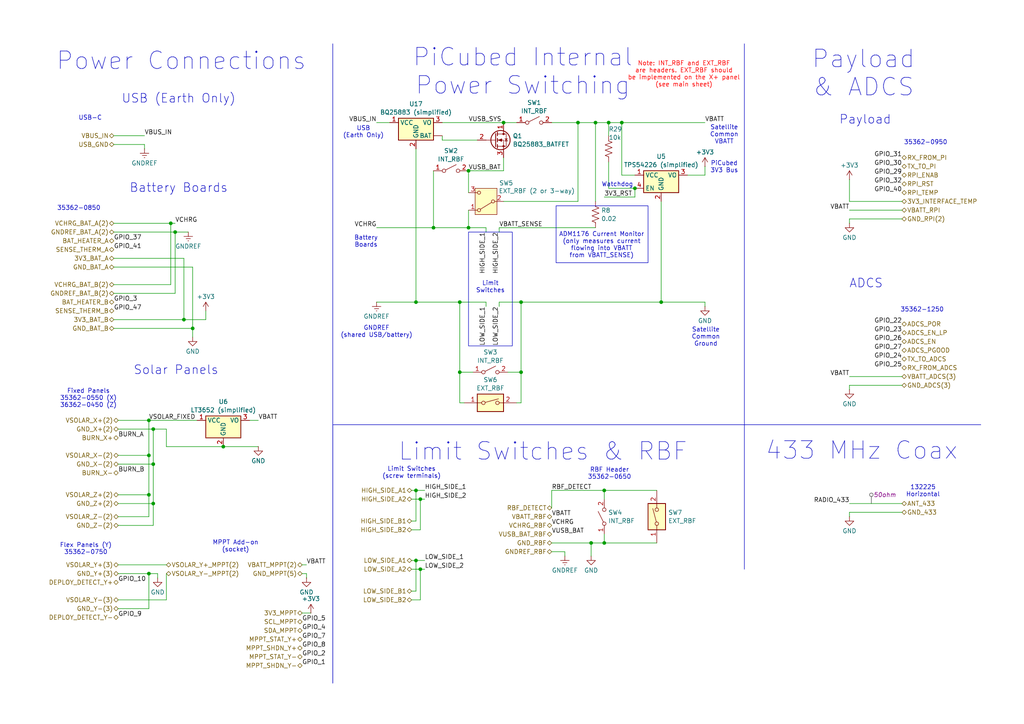
<source format=kicad_sch>
(kicad_sch (version 20250114) (generator "eeschema") (generator_version "9.0")
  (paper "A4")
  (title_block (title "PiCubed (system)") (date "2025-06-09") (rev "1.0") (company "Stanford Space Initiative") (comment 1 "Hunter Liu"))
  (lib_symbols
    (symbol "Device:R_US" (pin_numbers (hide yes)) (pin_names (offset 0))
      (property "Reference" "R" (at 2.54 0 90))
      (property "Value" "R_US" (at -2.54 0 90))
      (symbol "R_US_0_1"
        (polyline (pts (xy 0 2.286) (xy 0 2.54)))
        (polyline (pts (xy 0 2.286) (xy 1.016 1.905) (xy 0 1.524) (xy -1.016 1.143) (xy 0 0.762)))
        (polyline (pts (xy 0 0.762) (xy 1.016 0.381) (xy 0 0) (xy -1.016 -0.381) (xy 0 -0.762)))
        (polyline (pts (xy 0 -0.762) (xy 1.016 -1.143) (xy 0 -1.524) (xy -1.016 -1.905) (xy 0 -2.286)))
        (polyline (pts (xy 0 -2.286) (xy 0 -2.54)))
      )
      (symbol "R_US_1_1"
        (pin passive line (at 0 3.81 270) (length 1.27) (name "~") (number "1"))
        (pin passive line (at 0 -3.81 90) (length 1.27) (name "~") (number "2"))
      )
    )
    (symbol "Switch:SW_DIP_x01" (pin_names (offset 0) (hide yes))
      (property "Reference" "SW" (at 0 3.81 0))
      (property "Value" "SW_DIP_x01" (at 0 -3.81 0))
      (symbol "SW_DIP_x01_0_0"
        (circle (center -2.032 0) (radius 0.508))
        (polyline (pts (xy -1.524 0.127) (xy 2.3622 1.1684)))
        (circle (center 2.032 0) (radius 0.508))
      )
      (symbol "SW_DIP_x01_0_1"
        (rectangle (start -3.81 2.54) (end 3.81 -2.54) (stroke (width 0.254)) (fill (type background)))
      )
      (symbol "SW_DIP_x01_1_1"
        (pin passive line (at -7.62 0 0) (length 5.08) (name "~") (number "1"))
        (pin passive line (at 7.62 0 180) (length 5.08) (name "~") (number "2"))
      )
    )
    (symbol "Switch:SW_SPDT" (pin_names (offset 0) (hide yes))
      (property "Reference" "SW" (at 0 5.08 0))
      (property "Value" "SW_SPDT" (at 0 -5.08 0))
      (symbol "SW_SPDT_0_1"
        (circle (center -2.032 0) (radius 0.4572))
        (polyline (pts (xy -1.651 0.254) (xy 1.651 2.286)))
        (circle (center 2.032 2.54) (radius 0.4572))
        (circle (center 2.032 -2.54) (radius 0.4572))
      )
      (symbol "SW_SPDT_1_1"
        (rectangle (start -3.175 3.81) (end 3.175 -3.81) (fill (type background)))
        (pin passive line (at -5.08 0 0) (length 2.54) (name "B") (number "2"))
        (pin passive line (at 5.08 2.54 180) (length 2.54) (name "A") (number "1"))
        (pin passive line (at 5.08 -2.54 180) (length 2.54) (name "C") (number "3"))
      )
    )
    (symbol "Switch:SW_SPST" (pin_names (offset 0) (hide yes))
      (property "Reference" "SW" (at 0 3.175 0))
      (property "Value" "SW_SPST" (at 0 -2.54 0))
      (symbol "SW_SPST_0_0"
        (circle (center -2.032 0) (radius 0.508))
        (polyline (pts (xy -1.524 0.254) (xy 1.524 1.778)))
        (circle (center 2.032 0) (radius 0.508))
      )
      (symbol "SW_SPST_1_1"
        (pin passive line (at -5.08 0 0) (length 2.54) (name "A") (number "1"))
        (pin passive line (at 5.08 0 180) (length 2.54) (name "B") (number "2"))
      )
    )
    (symbol "Transistor_FET:Q_NMOS_DGS" (pin_names (offset 0) (hide yes))
      (property "Reference" "Q" (at 5.08 1.905 0))
      (property "Value" "Q_NMOS_DGS" (at 5.08 0 0))
      (symbol "Q_NMOS_DGS_0_1"
        (polyline (pts (xy 0.254 1.905) (xy 0.254 -1.905)) (stroke (width 0.254)))
        (polyline (pts (xy 0.254 0) (xy -2.54 0)))
        (polyline (pts (xy 0.762 2.286) (xy 0.762 1.27)) (stroke (width 0.254)))
        (polyline (pts (xy 0.762 0.508) (xy 0.762 -0.508)) (stroke (width 0.254)))
        (polyline (pts (xy 0.762 -1.27) (xy 0.762 -2.286)) (stroke (width 0.254)))
        (polyline (pts (xy 0.762 -1.778) (xy 3.302 -1.778) (xy 3.302 1.778) (xy 0.762 1.778)))
        (polyline (pts (xy 1.016 0) (xy 2.032 0.381) (xy 2.032 -0.381) (xy 1.016 0)) (fill (type outline)))
        (circle (center 1.651 0) (radius 2.794) (stroke (width 0.254)))
        (polyline (pts (xy 2.54 2.54) (xy 2.54 1.778)))
        (circle (center 2.54 1.778) (radius 0.254) (fill (type outline)))
        (circle (center 2.54 -1.778) (radius 0.254) (fill (type outline)))
        (polyline (pts (xy 2.54 -2.54) (xy 2.54 0) (xy 0.762 0)))
        (polyline (pts (xy 2.921 0.381) (xy 3.683 0.381)))
        (polyline (pts (xy 3.302 0.381) (xy 2.921 -0.254) (xy 3.683 -0.254) (xy 3.302 0.381)))
      )
      (symbol "Q_NMOS_DGS_1_1"
        (pin input line (at -5.08 0 0) (length 2.54) (name "G") (number "2"))
        (pin passive line (at 2.54 5.08 270) (length 2.54) (name "D") (number "1"))
        (pin passive line (at 2.54 -5.08 90) (length 2.54) (name "S") (number "3"))
      )
    )
    (symbol "power:+3V3" (power) (pin_numbers (hide yes)) (pin_names (offset 0) (hide yes))
      (property "Value" "+3V3" (at 0 3.556 0))
      (symbol "+3V3_0_1"
        (polyline (pts (xy -0.762 1.27) (xy 0 2.54)))
        (polyline (pts (xy 0 2.54) (xy 0.762 1.27)))
        (polyline (pts (xy 0 0) (xy 0 2.54)))
      )
      (symbol "+3V3_1_1"
        (pin power_in line (at 0 0 90) (length 0) (name "~") (number "1"))
      )
    )
    (symbol "power:GND" (power) (pin_numbers (hide yes)) (pin_names (offset 0) (hide yes))
      (property "Value" "GND" (at 0 -3.81 0))
      (symbol "GND_0_1"
        (polyline (pts (xy 0 0) (xy 0 -1.27) (xy 1.27 -1.27) (xy 0 -2.54) (xy -1.27 -1.27) (xy 0 -1.27)))
      )
      (symbol "GND_1_1"
        (pin power_in line (at 0 0 270) (length 0) (name "~") (number "1"))
      )
    )
    (symbol "power:GNDREF" (power) (pin_numbers (hide yes)) (pin_names (offset 0) (hide yes))
      (property "Value" "GNDREF" (at 0 -3.81 0))
      (symbol "GNDREF_0_1"
        (polyline (pts (xy -0.635 -1.905) (xy 0.635 -1.905)))
        (polyline (pts (xy -0.127 -2.54) (xy 0.127 -2.54)))
        (polyline (pts (xy 0 -1.27) (xy 0 0)))
        (polyline (pts (xy 1.27 -1.27) (xy -1.27 -1.27)))
      )
      (symbol "GNDREF_1_1"
        (pin power_in line (at 0 0 270) (length 0) (name "~") (number "1"))
      )
    )
    (symbol "ssi_system:BQ25883_simplified"
      (property "Reference" "U17" (at 0 5.4145 0))
      (property "Value" "BQ25883 (simplified)" (at 0 2.9902 0))
      (symbol "BQ25883_simplified_1_1"
        (rectangle (start -5.08 -5.08) (end 5.08 1.27) (stroke (width 0.254)) (fill (type background)))
        (pin power_in line (at -7.62 0 0) (length 2.54) (name "VCC") (number "1"))
        (pin power_in line (at 0 -7.62 90) (length 2.54) (name "GND") (number "2"))
        (pin power_out line (at 7.62 0 180) (length 2.54) (name "VO") (number "3"))
        (pin output line (at 7.62 -3.81 180) (length 2.54) (name "BAT") (number ""))
      )
    )
    (symbol "ssi_system:LT3652_simplified"
      (property "Reference" "U6" (at 0 5.4145 0))
      (property "Value" "LT3652 (simplified)" (at 0 2.9902 0))
      (symbol "LT3652_simplified_1_1"
        (rectangle (start -5.08 -5.08) (end 5.08 1.27) (stroke (width 0.254)) (fill (type background)))
        (pin power_in line (at -7.62 0 0) (length 2.54) (name "VCC") (number "1"))
        (pin power_in line (at 0 -7.62 90) (length 2.54) (name "GND") (number "2"))
        (pin power_out line (at 7.62 0 180) (length 2.54) (name "VO") (number "3"))
      )
    )
    (symbol "ssi_system:TPS54226_simplified"
      (property "Reference" "U5" (at 0 5.4145 0))
      (property "Value" "TPS54226 (simplified)" (at 0 2.9902 0))
      (symbol "TPS54226_simplified_1_1"
        (rectangle (start -5.08 -5.08) (end 5.08 1.27) (stroke (width 0.254)) (fill (type background)))
        (pin power_in line (at -7.62 0 0) (length 2.54) (name "VCC") (number "1"))
        (pin passive line (at -7.62 -3.81 0) (length 2.54) (name "EN") (number "4"))
        (pin power_in line (at 0 -7.62 90) (length 2.54) (name "GND") (number "2"))
        (pin power_out line (at 7.62 0 180) (length 2.54) (name "VO") (number "3"))
      )
    )
  )
  (rectangle (start 135.89 67.31) (end 148.59 100.33))
  (rectangle (start 161.29 59.69) (end 187.96 76.2))
  (text "USB-C" (at 26.162 34.29 0) (effects (font (size 1.27 1.27))))
  (text "Satellite\nCommon\nVBATT" (at 210.058 39.116 0) (effects (font (size 1.27 1.27))))
  (text "Payload" (at 250.952 34.798 0) (effects (font (size 2.54 2.54))))
  (text "Flex Panels (Y)\n35362-0750" (at 24.892 159.258 0) (effects (font (size 1.27 1.27))))
  (text "Satellite\nCommon\nGround" (at 204.724 97.79 0) (effects (font (size 1.27 1.27))))
  (text "PiCubed\n3V3 Bus" (at 210.058 48.514 0) (effects (font (size 1.27 1.27))))
  (text "Fixed Panels\n35362-0550 (X)\n36362-0450 (Z)" (at 25.654 115.57 0) (effects (font (size 1.27 1.27))))
  (text "35362-0950" (at 268.478 41.402 0) (effects (font (size 1.27 1.27))))
  (text "USB\n(Earth Only)" (at 105.41 38.354 0) (effects (font (size 1.27 1.27))))
  (text "Battery Boards" (at 51.816 54.61 0) (effects (font (size 2.54 2.54))))
  (text "USB (Earth Only)" (at 51.816 28.702 0) (effects (font (size 2.54 2.54))))
  (text "RBF Header\n35362-0650" (at 176.784 137.414 0) (effects (font (size 1.27 1.27))))
  (text "Limit\nSwitches" (at 142.24 83.312 0) (effects (font (size 1.27 1.27))))
  (text "Limit Switches & RBF" (at 157.48 131.064 0) (effects (font (size 5.08 5.08))))
  (text "Watchdog" (at 179.07 53.594 0) (effects (font (size 1.27 1.27))))
  (text "Power Connections" (at 52.578 17.78 0) (effects (font (size 5.08 5.08))))
  (text "Solar Panels" (at 51.054 107.442 0) (effects (font (size 2.54 2.54))))
  (text "Note: INT_RBF and EXT_RBF\nare headers. EXT_RBF should\nbe implemented on the X+ panel\n(see main sheet)" (at 198.374 21.59 0) (effects (font (size 1.27 1.27))))
  (text "GNDREF\n(shared USB/battery)" (at 109.22 96.266 0) (effects (font (size 1.27 1.27))))
  (text "ADCS" (at 251.206 82.296 0) (effects (font (size 2.54 2.54))))
  (text "35362-1250" (at 267.462 89.916 0) (effects (font (size 1.27 1.27))))
  (text "Limit Switches\n(screw terminals)" (at 119.38 137.16 0) (effects (font (size 1.27 1.27))))
  (text "35362-0850" (at 22.86 60.452 0) (effects (font (size 1.27 1.27))))
  (text "MPPT Add-on\n(socket)" (at 68.326 158.496 0) (effects (font (size 1.27 1.27))))
  (text "ADM1176 Current Monitor\n(only measures current\nflowing into VBATT\nfrom VBATT_SENSE)" (at 174.498 71.12 0) (effects (font (size 1.27 1.27))))
  (text "Payload\n& ADCS" (at 250.444 21.336 0) (effects (font (size 5.08 5.08))))
  (text "Battery\nBoards" (at 106.172 70.104 0) (effects (font (size 1.27 1.27))))
  (text "433 MHz Coax" (at 249.936 130.81 0) (effects (font (size 5.08 5.08))))
  (text "132225\nHorizontal" (at 267.716 142.494 0) (effects (font (size 1.27 1.27))))
  (text "PiCubed Internal\nPower Switching" (at 151.638 20.828 0) (effects (font (size 5.08 5.08))))
  (junction (at 184.15 54.61))
  (junction (at 133.35 87.63))
  (junction (at 151.13 87.63))
  (junction (at 120.65 162.56))
  (junction (at 44.45 134.62))
  (junction (at 125.73 66.04))
  (junction (at 64.77 129.54))
  (junction (at 44.45 124.46))
  (junction (at 55.88 95.25))
  (junction (at 191.77 87.63))
  (junction (at 135.89 66.04))
  (junction (at 49.53 64.77))
  (junction (at 133.35 107.95))
  (junction (at 176.53 35.56))
  (junction (at 50.8 67.31))
  (junction (at 180.34 35.56))
  (junction (at 167.64 35.56))
  (junction (at 172.72 35.56))
  (junction (at 175.26 142.24))
  (junction (at 43.18 166.37))
  (junction (at 121.92 165.1))
  (junction (at 44.45 146.05))
  (junction (at 171.45 157.48))
  (junction (at 120.65 87.63))
  (junction (at 146.05 35.56))
  (junction (at 151.13 107.95))
  (junction (at 175.26 157.48))
  (junction (at 43.18 121.92))
  (junction (at 135.89 49.53))
  (junction (at 121.92 144.78))
  (junction (at 120.65 142.24))
  (junction (at 43.18 143.51))
  (junction (at 43.18 132.08))
  (junction (at 53.34 92.71))
  (wire (pts (xy 144.78 66.04) (xy 144.78 67.31)))
  (wire (pts (xy 34.29 149.86) (xy 43.18 149.86)))
  (wire (pts (xy 135.89 49.53) (xy 146.05 49.53)))
  (wire (pts (xy 128.27 40.64) (xy 128.27 39.37)))
  (wire (pts (xy 151.13 107.95) (xy 151.13 87.63)))
  (wire (pts (xy 33.02 85.09) (xy 50.8 85.09)))
  (wire (pts (xy 144.78 87.63) (xy 151.13 87.63)))
  (wire (pts (xy 204.47 87.63) (xy 204.47 88.9)))
  (wire (pts (xy 138.43 40.64) (xy 128.27 40.64)))
  (wire (pts (xy 48.26 129.54) (xy 64.77 129.54)))
  (wire (pts (xy 119.38 144.78) (xy 121.92 144.78)))
  (wire (pts (xy 33.02 92.71) (xy 53.34 92.71)))
  (wire (pts (xy 34.29 146.05) (xy 44.45 146.05)))
  (wire (pts (xy 33.02 77.47) (xy 55.88 77.47)))
  (wire (pts (xy 33.02 39.37) (xy 41.91 39.37)))
  (wire (pts (xy 120.65 151.13) (xy 120.65 142.24)))
  (wire (pts (xy 135.89 60.96) (xy 135.89 66.04)))
  (wire (pts (xy 261.62 148.59) (xy 246.38 148.59)))
  (wire (pts (xy 121.92 165.1) (xy 123.19 165.1)))
  (wire (pts (xy 34.29 176.53) (xy 43.18 176.53)))
  (wire (pts (xy 121.92 153.67) (xy 121.92 144.78)))
  (wire (pts (xy 34.29 121.92) (xy 43.18 121.92)))
  (wire (pts (xy 34.29 124.46) (xy 44.45 124.46)))
  (wire (pts (xy 175.26 142.24) (xy 175.26 144.78)))
  (wire (pts (xy 151.13 116.84) (xy 149.86 116.84)))
  (polyline (pts (xy 215.9 12.7) (xy 215.9 165.1)))
  (wire (pts (xy 44.45 146.05) (xy 44.45 134.62)))
  (wire (pts (xy 87.63 177.8) (xy 90.17 177.8)))
  (wire (pts (xy 55.88 77.47) (xy 55.88 95.25)))
  (wire (pts (xy 261.62 63.5) (xy 246.38 63.5)))
  (wire (pts (xy 43.18 166.37) (xy 45.72 166.37)))
  (wire (pts (xy 48.26 173.99) (xy 34.29 173.99)))
  (wire (pts (xy 133.35 107.95) (xy 137.16 107.95)))
  (wire (pts (xy 43.18 132.08) (xy 43.18 121.92)))
  (polyline (pts (xy 96.52 123.19) (xy 96.52 198.12)))
  (wire (pts (xy 119.38 142.24) (xy 120.65 142.24)))
  (wire (pts (xy 33.02 74.93) (xy 53.34 74.93)))
  (wire (pts (xy 190.5 157.48) (xy 175.26 157.48)))
  (wire (pts (xy 109.22 35.56) (xy 113.03 35.56)))
  (wire (pts (xy 48.26 166.37) (xy 48.26 173.99)))
  (wire (pts (xy 125.73 66.04) (xy 109.22 66.04)))
  (wire (pts (xy 121.92 144.78) (xy 123.19 144.78)))
  (wire (pts (xy 204.47 48.26) (xy 204.47 50.8)))
  (wire (pts (xy 160.02 147.32) (xy 160.02 142.24)))
  (wire (pts (xy 44.45 134.62) (xy 44.45 124.46)))
  (wire (pts (xy 119.38 171.45) (xy 120.65 171.45)))
  (wire (pts (xy 180.34 50.8) (xy 180.34 35.56)))
  (wire (pts (xy 246.38 63.5) (xy 246.38 64.77)))
  (wire (pts (xy 50.8 67.31) (xy 54.61 67.31)))
  (wire (pts (xy 44.45 124.46) (xy 48.26 124.46)))
  (wire (pts (xy 191.77 87.63) (xy 204.47 87.63)))
  (wire (pts (xy 151.13 87.63) (xy 191.77 87.63)))
  (wire (pts (xy 33.02 82.55) (xy 49.53 82.55)))
  (wire (pts (xy 34.29 134.62) (xy 44.45 134.62)))
  (wire (pts (xy 246.38 146.05) (xy 261.62 146.05)))
  (wire (pts (xy 34.29 163.83) (xy 48.26 163.83)))
  (wire (pts (xy 87.63 166.37) (xy 88.9 166.37)))
  (wire (pts (xy 135.89 49.53) (xy 135.89 55.88)))
  (wire (pts (xy 50.8 85.09) (xy 50.8 67.31)))
  (wire (pts (xy 171.45 157.48) (xy 171.45 161.29)))
  (wire (pts (xy 133.35 116.84) (xy 133.35 107.95)))
  (wire (pts (xy 146.05 35.56) (xy 149.86 35.56)))
  (wire (pts (xy 147.32 107.95) (xy 151.13 107.95)))
  (wire (pts (xy 167.64 58.42) (xy 167.64 35.56)))
  (wire (pts (xy 176.53 35.56) (xy 176.53 39.37)))
  (wire (pts (xy 45.72 166.37) (xy 45.72 167.64)))
  (wire (pts (xy 120.65 162.56) (xy 123.19 162.56)))
  (wire (pts (xy 144.78 66.04) (xy 172.72 66.04)))
  (wire (pts (xy 74.93 121.92) (xy 72.39 121.92)))
  (wire (pts (xy 120.65 142.24) (xy 123.19 142.24)))
  (wire (pts (xy 146.05 45.72) (xy 146.05 49.53)))
  (wire (pts (xy 246.38 111.76) (xy 246.38 113.03)))
  (wire (pts (xy 43.18 149.86) (xy 43.18 143.51)))
  (wire (pts (xy 34.29 143.51) (xy 43.18 143.51)))
  (wire (pts (xy 41.91 41.91) (xy 41.91 43.18)))
  (wire (pts (xy 184.15 50.8) (xy 180.34 50.8)))
  (wire (pts (xy 176.53 54.61) (xy 184.15 54.61)))
  (wire (pts (xy 88.9 166.37) (xy 88.9 167.64)))
  (wire (pts (xy 119.38 173.99) (xy 121.92 173.99)))
  (wire (pts (xy 172.72 35.56) (xy 176.53 35.56)))
  (wire (pts (xy 49.53 82.55) (xy 49.53 64.77)))
  (wire (pts (xy 120.65 171.45) (xy 120.65 162.56)))
  (wire (pts (xy 55.88 95.25) (xy 55.88 97.79)))
  (wire (pts (xy 176.53 35.56) (xy 180.34 35.56)))
  (polyline (pts (xy 96.52 12.7) (xy 96.52 198.12)))
  (wire (pts (xy 43.18 143.51) (xy 43.18 132.08)))
  (wire (pts (xy 160.02 35.56) (xy 167.64 35.56)))
  (wire (pts (xy 34.29 166.37) (xy 43.18 166.37)))
  (wire (pts (xy 175.26 154.94) (xy 175.26 157.48)))
  (wire (pts (xy 172.72 35.56) (xy 172.72 58.42)))
  (wire (pts (xy 146.05 58.42) (xy 167.64 58.42)))
  (wire (pts (xy 119.38 153.67) (xy 121.92 153.67)))
  (wire (pts (xy 33.02 64.77) (xy 49.53 64.77)))
  (wire (pts (xy 176.53 46.99) (xy 176.53 54.61)))
  (wire (pts (xy 119.38 151.13) (xy 120.65 151.13)))
  (wire (pts (xy 160.02 160.02) (xy 163.83 160.02)))
  (wire (pts (xy 175.26 157.48) (xy 171.45 157.48)))
  (wire (pts (xy 191.77 58.42) (xy 191.77 87.63)))
  (wire (pts (xy 180.34 35.56) (xy 204.47 35.56)))
  (wire (pts (xy 49.53 64.77) (xy 50.8 64.77)))
  (wire (pts (xy 87.63 163.83) (xy 88.9 163.83)))
  (wire (pts (xy 160.02 157.48) (xy 171.45 157.48)))
  (wire (pts (xy 133.35 107.95) (xy 133.35 87.63)))
  (wire (pts (xy 33.02 41.91) (xy 41.91 41.91)))
  (wire (pts (xy 125.73 49.53) (xy 125.73 66.04)))
  (wire (pts (xy 34.29 132.08) (xy 43.18 132.08)))
  (wire (pts (xy 163.83 161.29) (xy 163.83 160.02)))
  (wire (pts (xy 74.93 129.54) (xy 64.77 129.54)))
  (wire (pts (xy 125.73 66.04) (xy 135.89 66.04)))
  (wire (pts (xy 119.38 162.56) (xy 120.65 162.56)))
  (wire (pts (xy 33.02 95.25) (xy 55.88 95.25)))
  (wire (pts (xy 59.69 92.71) (xy 59.69 90.17)))
  (wire (pts (xy 246.38 58.42) (xy 261.62 58.42)))
  (wire (pts (xy 140.97 87.63) (xy 140.97 88.9)))
  (wire (pts (xy 246.38 148.59) (xy 246.38 149.86)))
  (wire (pts (xy 133.35 116.84) (xy 134.62 116.84)))
  (wire (pts (xy 246.38 52.07) (xy 246.38 58.42)))
  (wire (pts (xy 140.97 66.04) (xy 140.97 67.31)))
  (wire (pts (xy 133.35 87.63) (xy 140.97 87.63)))
  (wire (pts (xy 184.15 57.15) (xy 184.15 54.61)))
  (wire (pts (xy 109.22 87.63) (xy 120.65 87.63)))
  (wire (pts (xy 204.47 50.8) (xy 199.39 50.8)))
  (wire (pts (xy 151.13 107.95) (xy 151.13 116.84)))
  (wire (pts (xy 121.92 173.99) (xy 121.92 165.1)))
  (wire (pts (xy 144.78 88.9) (xy 144.78 87.63)))
  (wire (pts (xy 175.26 57.15) (xy 184.15 57.15)))
  (wire (pts (xy 44.45 152.4) (xy 44.45 146.05)))
  (wire (pts (xy 53.34 92.71) (xy 59.69 92.71)))
  (wire (pts (xy 175.26 142.24) (xy 190.5 142.24)))
  (wire (pts (xy 53.34 74.93) (xy 53.34 92.71)))
  (wire (pts (xy 43.18 121.92) (xy 57.15 121.92)))
  (wire (pts (xy 135.89 66.04) (xy 140.97 66.04)))
  (wire (pts (xy 48.26 124.46) (xy 48.26 129.54)))
  (wire (pts (xy 160.02 142.24) (xy 175.26 142.24)))
  (wire (pts (xy 119.38 165.1) (xy 121.92 165.1)))
  (wire (pts (xy 120.65 43.18) (xy 120.65 87.63)))
  (polyline (pts (xy 96.52 123.19) (xy 284.48 123.19)))
  (wire (pts (xy 167.64 35.56) (xy 172.72 35.56)))
  (wire (pts (xy 261.62 111.76) (xy 246.38 111.76)))
  (wire (pts (xy 120.65 87.63) (xy 133.35 87.63)))
  (wire (pts (xy 33.02 67.31) (xy 50.8 67.31)))
  (wire (pts (xy 34.29 152.4) (xy 44.45 152.4)))
  (wire (pts (xy 43.18 176.53) (xy 43.18 166.37)))
  (wire (pts (xy 246.38 109.22) (xy 261.62 109.22)))
  (wire (pts (xy 246.38 60.96) (xy 261.62 60.96)))
  (wire (pts (xy 128.27 35.56) (xy 146.05 35.56)))
  (label "VBATT" (at 74.93 121.92 0))
  (label "HIGH_SIDE_1" (at 123.19 142.24 0))
  (label "GPIO_4" (at 87.63 182.88 0))
  (label "GPIO_3" (at 33.02 87.63 0))
  (label "3V3_RST" (at 175.26 57.15 0))
  (label "GPIO_5" (at 87.63 180.34 0))
  (label "GPIO_31" (at 261.62 45.72 180))
  (label "VBATT" (at 88.9 163.83 0))
  (label "VUSB_BAT" (at 135.89 49.53 0))
  (label "GPIO_2" (at 87.63 190.5 0))
  (label "GPIO_22" (at 261.62 93.98 180))
  (label "VCHRG" (at 50.8 64.77 0))
  (label "GPIO_40" (at 261.62 55.88 180))
  (label "GPIO_29" (at 261.62 50.8 180))
  (label "GPIO_23" (at 261.62 96.52 180))
  (label "VSOLAR_FIXED" (at 43.18 121.92 0))
  (label "VBATT_SENSE" (at 144.78 66.04 0))
  (label "VBATT" (at 160.02 149.86 0))
  (label "VBUS_IN" (at 41.91 39.37 0))
  (label "BURN_B" (at 34.29 137.16 0))
  (label "GPIO_7" (at 87.63 185.42 0))
  (label "GPIO_1" (at 87.63 193.04 0))
  (label "GPIO_9" (at 34.29 179.07 0))
  (label "GPIO_47" (at 33.02 90.17 0))
  (label "VBATT" (at 246.38 109.22 180))
  (label "LOW_SIDE_1" (at 123.19 162.56 0))
  (label "GPIO_37" (at 33.02 69.85 0))
  (label "GPIO_27" (at 261.62 101.6 180))
  (label "GPIO_24" (at 261.62 104.14 180))
  (label "GPIO_8" (at 87.63 187.96 0))
  (label "RADIO_433" (at 246.38 146.05 180))
  (label "GPIO_25" (at 261.62 106.68 180))
  (label "GPIO_32" (at 261.62 53.34 180))
  (label "VUSB_BAT" (at 160.02 154.94 0))
  (label "VBUS_IN" (at 109.22 35.56 180))
  (label "HIGH_SIDE_2" (at 123.19 144.78 0))
  (label "GPIO_41" (at 33.02 72.39 0))
  (label "LOW_SIDE_2" (at 123.19 165.1 0))
  (label "LOW_SIDE_1" (at 140.97 88.9 270))
  (label "RBF_DETECT" (at 160.02 142.24 0))
  (label "HIGH_SIDE_2" (at 144.78 67.31 270))
  (label "GPIO_30" (at 261.62 48.26 180))
  (label "LOW_SIDE_2" (at 144.78 88.9 270))
  (label "HIGH_SIDE_1" (at 140.97 67.31 270))
  (label "GPIO_26" (at 261.62 99.06 180))
  (label "VBATT" (at 204.47 35.56 0))
  (label "VCHRG" (at 109.22 66.04 180))
  (label "BURN_A" (at 34.29 127 0))
  (label "VUSB_SYS" (at 135.89 35.56 0))
  (label "VCHRG" (at 160.02 152.4 0))
  (label "VBATT" (at 246.38 60.96 180))
  (label "GPIO_10" (at 34.29 168.91 0))
  (hierarchical_label "RX_FROM_PI" (shape bidirectional) (at 261.62 45.72 0))
  (hierarchical_label "GND_MPPT(5)" (shape bidirectional) (at 87.63 166.37 180))
  (hierarchical_label "VCHRG_BAT_A(2)" (shape bidirectional) (at 33.02 64.77 180))
  (hierarchical_label "GND_X+(2)" (shape bidirectional) (at 34.29 124.46 180))
  (hierarchical_label "VSOLAR_Y-_MPPT(2)" (shape bidirectional) (at 48.26 166.37 0))
  (hierarchical_label "VBATT_RPI" (shape bidirectional) (at 261.62 60.96 0))
  (hierarchical_label "GND_BAT_B" (shape bidirectional) (at 33.02 95.25 180))
  (hierarchical_label "GNDREF_BAT_B(2)" (shape bidirectional) (at 33.02 85.09 180))
  (hierarchical_label "GND_Y+(3)" (shape bidirectional) (at 34.29 166.37 180))
  (hierarchical_label "LOW_SIDE_A2" (shape bidirectional) (at 119.38 165.1 180))
  (hierarchical_label "VCHRG_RBF" (shape bidirectional) (at 160.02 152.4 180))
  (hierarchical_label "BURN_X+" (shape bidirectional) (at 34.29 127 180))
  (hierarchical_label "GND_Z+(2)" (shape bidirectional) (at 34.29 146.05 180))
  (hierarchical_label "RX_FROM_ADCS" (shape bidirectional) (at 261.62 106.68 0))
  (hierarchical_label "ADCS_PGOOD" (shape bidirectional) (at 261.62 101.6 0))
  (hierarchical_label "MPPT_SHDN_Y-" (shape bidirectional) (at 87.63 193.04 180))
  (hierarchical_label "HIGH_SIDE_A2" (shape bidirectional) (at 119.38 144.78 180))
  (hierarchical_label "VSOLAR_Y+_MPPT(2)" (shape bidirectional) (at 48.26 163.83 0))
  (hierarchical_label "LOW_SIDE_A1" (shape bidirectional) (at 119.38 162.56 180))
  (hierarchical_label "GND_BAT_A" (shape bidirectional) (at 33.02 77.47 180))
  (hierarchical_label "SENSE_THERM_B" (shape bidirectional) (at 33.02 90.17 180))
  (hierarchical_label "BURN_X-" (shape bidirectional) (at 34.29 137.16 180))
  (hierarchical_label "TX_TO_PI" (shape bidirectional) (at 261.62 48.26 0))
  (hierarchical_label "DEPLOY_DETECT_Y+" (shape bidirectional) (at 34.29 168.91 180))
  (hierarchical_label "VSOLAR_X-(2)" (shape bidirectional) (at 34.29 132.08 180))
  (hierarchical_label "VBATT_RBF" (shape bidirectional) (at 160.02 149.86 180))
  (hierarchical_label "RPI_ENAB" (shape bidirectional) (at 261.62 50.8 0))
  (hierarchical_label "SCL_MPPT" (shape bidirectional) (at 87.63 180.34 180))
  (hierarchical_label "VSOLAR_Y+(3)" (shape bidirectional) (at 34.29 163.83 180))
  (hierarchical_label "MPPT_SHDN_Y+" (shape bidirectional) (at 87.63 187.96 180))
  (hierarchical_label "VSOLAR_Z+(2)" (shape bidirectional) (at 34.29 143.51 180))
  (hierarchical_label "HIGH_SIDE_A1" (shape bidirectional) (at 119.38 142.24 180))
  (hierarchical_label "VBATT_ADCS(3)" (shape bidirectional) (at 261.62 109.22 0))
  (hierarchical_label "GND_Z-(2)" (shape bidirectional) (at 34.29 152.4 180))
  (hierarchical_label "ADCS_EN_LP" (shape bidirectional) (at 261.62 96.52 0))
  (hierarchical_label "RPI_RST" (shape bidirectional) (at 261.62 53.34 0))
  (hierarchical_label "ADCS_POR" (shape bidirectional) (at 261.62 93.98 0))
  (hierarchical_label "GND_X-(2)" (shape bidirectional) (at 34.29 134.62 180))
  (hierarchical_label "SDA_MPPT" (shape bidirectional) (at 87.63 182.88 180))
  (hierarchical_label "GND_Y-(3)" (shape bidirectional) (at 34.29 176.53 180))
  (hierarchical_label "VSOLAR_X+(2)" (shape bidirectional) (at 34.29 121.92 180))
  (hierarchical_label "GND_RPI(2)" (shape bidirectional) (at 261.62 63.5 0))
  (hierarchical_label "RPI_TEMP" (shape bidirectional) (at 261.62 55.88 0))
  (hierarchical_label "ADCS_EN" (shape bidirectional) (at 261.62 99.06 0))
  (hierarchical_label "ANT_433" (shape bidirectional) (at 261.62 146.05 0))
  (hierarchical_label "BAT_HEATER_A" (shape bidirectional) (at 33.02 69.85 180))
  (hierarchical_label "LOW_SIDE_B1" (shape bidirectional) (at 119.38 171.45 180))
  (hierarchical_label "DEPLOY_DETECT_Y-" (shape bidirectional) (at 34.29 179.07 180))
  (hierarchical_label "TX_TO_ADCS" (shape bidirectional) (at 261.62 104.14 0))
  (hierarchical_label "3V3_MPPT" (shape bidirectional) (at 87.63 177.8 180))
  (hierarchical_label "GNDREF_RBF" (shape bidirectional) (at 160.02 160.02 180))
  (hierarchical_label "BAT_HEATER_B" (shape bidirectional) (at 33.02 87.63 180))
  (hierarchical_label "HIGH_SIDE_B2" (shape bidirectional) (at 119.38 153.67 180))
  (hierarchical_label "3V3_BAT_A" (shape bidirectional) (at 33.02 74.93 180))
  (hierarchical_label "SENSE_THERM_A" (shape bidirectional) (at 33.02 72.39 180))
  (hierarchical_label "MPPT_STAT_Y+" (shape bidirectional) (at 87.63 185.42 180))
  (hierarchical_label "VSOLAR_Z-(2)" (shape bidirectional) (at 34.29 149.86 180))
  (hierarchical_label "RBF_DETECT" (shape bidirectional) (at 160.02 147.32 180))
  (hierarchical_label "3V3_BAT_B" (shape bidirectional) (at 33.02 92.71 180))
  (hierarchical_label "VBUS_IN" (shape bidirectional) (at 33.02 39.37 180))
  (hierarchical_label "GND_ADCS(3)" (shape bidirectional) (at 261.62 111.76 0))
  (hierarchical_label "VBATT_MPPT(2)" (shape bidirectional) (at 87.63 163.83 180))
  (hierarchical_label "HIGH_SIDE_B1" (shape bidirectional) (at 119.38 151.13 180))
  (hierarchical_label "LOW_SIDE_B2" (shape bidirectional) (at 119.38 173.99 180))
  (hierarchical_label "VCHRG_BAT_B(2)" (shape bidirectional) (at 33.02 82.55 180))
  (hierarchical_label "VUSB_BAT_RBF" (shape bidirectional) (at 160.02 154.94 180))
  (hierarchical_label "GND_433" (shape bidirectional) (at 261.62 148.59 0))
  (hierarchical_label "3V3_INTERFACE_TEMP" (shape bidirectional) (at 261.62 58.42 0))
  (hierarchical_label "MPPT_STAT_Y-" (shape bidirectional) (at 87.63 190.5 180))
  (hierarchical_label "GNDREF_BAT_A(2)" (shape bidirectional) (at 33.02 67.31 180))
  (hierarchical_label "VSOLAR_Y-(3)" (shape bidirectional) (at 34.29 173.99 180))
  (hierarchical_label "GND_RBF" (shape bidirectional) (at 160.02 157.48 180))
  (hierarchical_label "USB_GND" (shape bidirectional) (at 33.02 41.91 180))
  (netclass_flag "" (length 2.54) (shape round) (at 252.73 146.05 0) (property "Netclass" "50ohm" (at 253.3396 143.51 0) (effects (font (italic yes)) (justify left))))
  (symbol (lib_id "power:GND") (at 246.38 113.03 0) (unit 1)
    (property "Reference" "#PWR016" (effects (hide yes)))
    (property "Value" "GND" (at 246.38 117.1631 0))
    (property "Description" "Power symbol creates a global label with name \"GND\" , ground" (effects (hide yes)))
  )
  (symbol (lib_id "Switch:SW_DIP_x01") (at 142.24 116.84 0) (unit 1)
    (property "Reference" "SW6" (at 142.24 110.1555 0))
    (property "Value" "EXT_RBF" (at 142.24 112.5798 0))
    (property "Description" "1x DIP Switch, Single Pole Single Throw (SPST) switch, small symbol" (effects (hide yes)))
  )
  (symbol (lib_id "power:GND") (at 204.47 88.9 0) (unit 1)
    (property "Reference" "#PWR010" (effects (hide yes)))
    (property "Value" "GND" (at 204.47 93.0331 0))
    (property "Description" "Power symbol creates a global label with name \"GND\" , ground" (effects (hide yes)))
  )
  (symbol (lib_id "power:GNDREF") (at 109.22 87.63 0) (unit 1)
    (property "Reference" "#PWR09" (effects (hide yes)))
    (property "Value" "GNDREF" (at 109.22 91.7631 0))
    (property "Description" "Power symbol creates a global label with name \"GNDREF\" , reference supply ground" (effects (hide yes)))
  )
  (symbol (lib_id "ssi_system:TPS54226_simplified") (at 191.77 50.8 0) (unit 1)
    (property "Reference" "U5" (at 191.77 45.3855 0))
    (property "Value" "TPS54226 (simplified)" (at 191.77 47.8098 0))
  )
  (symbol (lib_id "power:GND") (at 45.72 167.64 0) (unit 1)
    (property "Reference" "#PWR06" (effects (hide yes)))
    (property "Value" "GND" (at 45.72 171.7731 0))
    (property "Description" "Power symbol creates a global label with name \"GND\" , ground" (effects (hide yes)))
  )
  (symbol (lib_id "power:GND") (at 246.38 64.77 0) (unit 1)
    (property "Reference" "#PWR015" (effects (hide yes)))
    (property "Value" "GND" (at 246.38 68.9031 0))
    (property "Description" "Power symbol creates a global label with name \"GND\" , ground" (effects (hide yes)))
  )
  (symbol (lib_id "power:GND") (at 246.38 149.86 0) (unit 1)
    (property "Reference" "#PWR017" (effects (hide yes)))
    (property "Value" "GND" (at 246.38 153.9931 0))
    (property "Description" "Power symbol creates a global label with name \"GND\" , ground" (effects (hide yes)))
  )
  (symbol (lib_id "Switch:SW_DIP_x01") (at 190.5 149.86 90) (unit 1)
    (property "Reference" "SW7" (at 193.802 148.6478 90) (effects (justify right)))
    (property "Value" "EXT_RBF" (at 193.802 151.0721 90) (effects (justify right)))
    (property "Description" "1x DIP Switch, Single Pole Single Throw (SPST) switch, small symbol" (effects (hide yes)))
  )
  (symbol (lib_id "Transistor_FET:Q_NMOS_DGS") (at 143.51 40.64 0) (unit 1)
    (property "Reference" "Q1" (at 148.717 39.4278 0) (effects (justify left)))
    (property "Value" "BQ25883_BATFET" (at 148.717 41.8521 0) (effects (justify left)))
    (property "Description" "N-MOSFET transistor, drain/gate/source" (effects (hide yes)))
  )
  (symbol (lib_id "power:+3V3") (at 246.38 52.07 0) (unit 1)
    (property "Reference" "#PWR014" (effects (hide yes)))
    (property "Value" "+3V3" (at 246.38 47.9369 0))
    (property "Description" "Power symbol creates a global label with name \"+3V3\"" (effects (hide yes)))
  )
  (symbol (lib_id "power:GNDREF") (at 54.61 67.31 0) (unit 1)
    (property "Reference" "#PWR02" (effects (hide yes)))
    (property "Value" "GNDREF" (at 54.61 71.4431 0))
    (property "Description" "Power symbol creates a global label with name \"GNDREF\" , reference supply ground" (effects (hide yes)))
  )
  (symbol (lib_id "power:GNDREF") (at 41.91 43.18 0) (unit 1)
    (property "Reference" "#PWR01" (effects (hide yes)))
    (property "Value" "GNDREF" (at 41.91 47.3131 0))
    (property "Description" "Power symbol creates a global label with name \"GNDREF\" , reference supply ground" (effects (hide yes)))
  )
  (symbol (lib_id "Device:R_US") (at 176.53 43.18 0) (unit 1)
    (property "Reference" "R29" (at 176.53 37.4537 0) (effects (justify left)))
    (property "Value" "10k" (at 176.53 39.878 0) (effects (justify left)))
    (property "Description" "Resistor, US symbol" (effects (hide yes)))
  )
  (symbol (lib_id "Switch:SW_SPDT") (at 140.97 58.42 180) (unit 1)
    (property "Reference" "SW5" (at 146.812 53.086 0))
    (property "Value" "EXT_RBF (2 or 3-way)" (at 155.702 55.372 0))
    (property "Description" "Switch, single pole double throw" (effects (hide yes)))
  )
  (symbol (lib_id "power:+3V3") (at 204.47 48.26 0) (unit 1)
    (property "Reference" "#PWR011" (effects (hide yes)))
    (property "Value" "+3V3" (at 204.47 44.1269 0))
    (property "Description" "Power symbol creates a global label with name \"+3V3\"" (effects (hide yes)))
  )
  (symbol (lib_id "ssi_system:LT3652_simplified") (at 64.77 121.92 0) (unit 1)
    (property "Reference" "U6" (at 64.77 116.5055 0))
    (property "Value" "LT3652 (simplified)" (at 64.77 118.9298 0))
  )
  (symbol (lib_id "Device:R_US") (at 172.72 62.23 0) (unit 1)
    (property "Reference" "R8" (at 174.371 61.0178 0) (effects (justify left)))
    (property "Value" "0.02" (at 174.371 63.4421 0) (effects (justify left)))
    (property "Description" "Resistor, US symbol" (effects (hide yes)))
  )
  (symbol (lib_id "power:+3V3") (at 59.69 90.17 0) (unit 1)
    (property "Reference" "#PWR04" (effects (hide yes)))
    (property "Value" "+3V3" (at 59.69 86.0369 0))
    (property "Description" "Power symbol creates a global label with name \"+3V3\"" (effects (hide yes)))
  )
  (symbol (lib_id "Switch:SW_SPST") (at 175.26 149.86 90) (unit 1)
    (property "Reference" "SW4" (at 176.403 148.6478 90) (effects (justify right)))
    (property "Value" "INT_RBF" (at 176.403 151.0721 90) (effects (justify right)))
    (property "Description" "Single Pole Single Throw (SPST) switch" (effects (hide yes)))
  )
  (symbol (lib_id "power:GND") (at 171.45 161.29 0) (unit 1)
    (property "Reference" "#PWR013" (effects (hide yes)))
    (property "Value" "GND" (at 171.45 165.4231 0))
    (property "Description" "Power symbol creates a global label with name \"GND\" , ground" (effects (hide yes)))
  )
  (symbol (lib_id "power:+3V3") (at 90.17 177.8 0) (unit 1)
    (property "Reference" "#PWR08" (effects (hide yes)))
    (property "Value" "+3V3" (at 90.17 173.6669 0))
    (property "Description" "Power symbol creates a global label with name \"+3V3\"" (effects (hide yes)))
  )
  (symbol (lib_id "Switch:SW_SPST") (at 154.94 35.56 0) (unit 1)
    (property "Reference" "SW1" (at 154.94 29.7645 0))
    (property "Value" "INT_RBF" (at 154.94 32.1888 0))
    (property "Description" "Single Pole Single Throw (SPST) switch" (effects (hide yes)))
  )
  (symbol (lib_id "power:GND") (at 88.9 167.64 0) (unit 1)
    (property "Reference" "#PWR07" (effects (hide yes)))
    (property "Value" "GND" (at 88.9 171.7731 0))
    (property "Description" "Power symbol creates a global label with name \"GND\" , ground" (effects (hide yes)))
  )
  (symbol (lib_id "ssi_system:BQ25883_simplified") (at 120.65 35.56 0) (unit 1)
    (property "Reference" "U17" (at 120.65 30.1455 0))
    (property "Value" "BQ25883 (simplified)" (at 120.65 32.5698 0))
  )
  (symbol (lib_id "Switch:SW_SPST") (at 130.81 49.53 0) (unit 1)
    (property "Reference" "SW2" (at 130.81 43.7345 0))
    (property "Value" "INT_RBF" (at 130.81 46.1588 0))
    (property "Description" "Single Pole Single Throw (SPST) switch" (effects (hide yes)))
  )
  (symbol (lib_id "power:GND") (at 55.88 97.79 0) (unit 1)
    (property "Reference" "#PWR03" (effects (hide yes)))
    (property "Value" "GND" (at 55.88 101.9231 0))
    (property "Description" "Power symbol creates a global label with name \"GND\" , ground" (effects (hide yes)))
  )
  (symbol (lib_id "power:GND") (at 74.93 129.54 0) (unit 1)
    (property "Reference" "#PWR05" (effects (hide yes)))
    (property "Value" "GND" (at 74.93 133.6731 0))
    (property "Description" "Power symbol creates a global label with name \"GND\" , ground" (effects (hide yes)))
  )
  (symbol (lib_id "Switch:SW_SPST") (at 142.24 107.95 0) (unit 1)
    (property "Reference" "SW3" (at 142.24 102.1545 0))
    (property "Value" "INT_RBF" (at 142.24 104.5788 0))
    (property "Description" "Single Pole Single Throw (SPST) switch" (effects (hide yes)))
  )
  (symbol (lib_id "power:GNDREF") (at 163.83 161.29 0) (unit 1)
    (property "Reference" "#PWR012" (effects (hide yes)))
    (property "Value" "GNDREF" (at 163.83 165.4231 0))
    (property "Description" "Power symbol creates a global label with name \"GNDREF\" , reference supply ground" (effects (hide yes)))
  )
)
</source>
